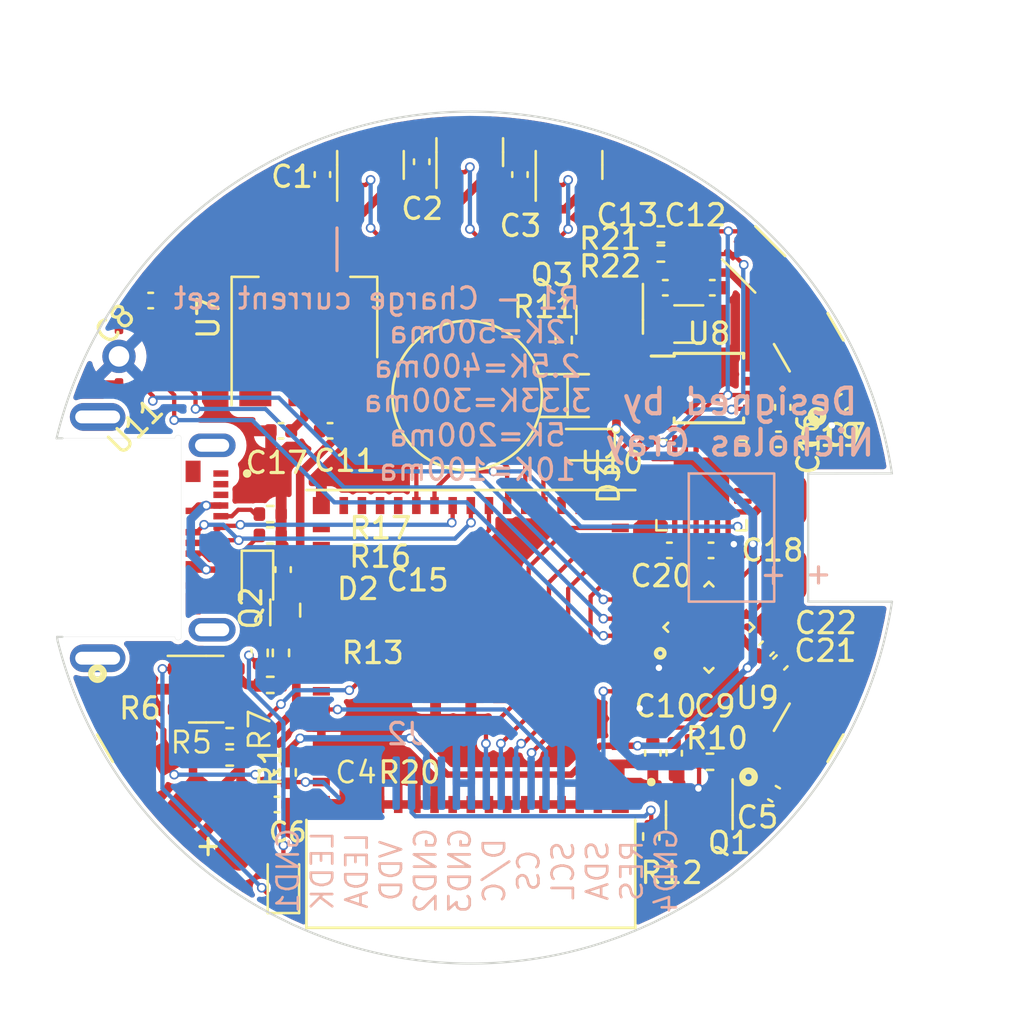
<source format=kicad_pcb>
(kicad_pcb (version 20211014) (generator pcbnew)
  (layers (0 "F.Cu" signal) (31 "B.Cu" signal) (34 "B.Paste" user) (35 "F.Paste" user) (36 "B.SilkS" user "B.Silkscreen") (37 "F.SilkS" user "F.Silkscreen") (38 "B.Mask" user) (39 "F.Mask" user) (44 "Edge.Cuts" user))
  (net 0 "")
  (net 1 "+3V3")
  (net 2 "GND")
  (net 3 "EN")
  (net 4 "IO0")
  (net 5 "+BATT")
  (net 6 "IO1")
  (net 7 "PSU")
  (net 8 "Net-(C12-Pad2)")
  (net 9 "Net-(C13-Pad1)")
  (net 10 "Net-(TP16-Pad1)")
  (net 11 "Net-(C18-Pad1)")
  (net 12 "Net-(C19-Pad2)")
  (net 13 "STAT")
  (net 14 "VCC_IN")
  (net 15 "CC1")
  (net 16 "D+")
  (net 17 "D-")
  (net 18 "CC2")
  (net 19 "Net-(TP18-Pad1)")
  (net 20 "Net-(LS1-Pad1)")
  (net 21 "Net-(LS1-Pad2)")
  (net 22 "Net-(Q1-Pad1)")
  (net 23 "Net-(Q1-Pad3)")
  (net 24 "Net-(R1-Pad2)")
  (net 25 "HES1")
  (net 26 "HES2")
  (net 27 "HES3")
  (net 28 "Battery")
  (net 29 "Net-(TP19-Pad1)")
  (net 30 "LED")
  (net 31 "Net-(J2-Pad2)")
  (net 32 "Net-(TP20-Pad1)")
  (net 33 "LRCLK{slash}WS")
  (net 34 "BCLK{slash}SCK")
  (net 35 "GAIN")
  (net 36 "DIN{slash}SD")
  (net 37 "SD")
  (net 38 "Net-(TP21-Pad1)")
  (net 39 "INT1")
  (net 40 "Net-(TP22-Pad1)")
  (net 41 "Net-(TP23-Pad1)")
  (net 42 "Net-(TP24-Pad1)")
  (net 43 "Net-(TP25-Pad1)")
  (net 44 "Net-(TP26-Pad1)")
  (net 45 "Net-(TP27-Pad1)")
  (net 51 "SCL")
  (net 53 "SDA")
  (net 66 "DC")
  (net 67 "CS")
  (net 68 "SCK")
  (net 69 "MOSI")
  (net 70 "RES")
  (net 71 "INT")
  (net 73 "Net-(Q3-Pad1)")
  (net 74 "HMotor")
  (net 75 "Net-(D3-Pad2)")
  (net 81 "Net-(D1-Pad2)")
  (footprint "Resistor_SMD:R_0402_1005Metric" (layer "F.Cu") (at 141.7 96.9 180)
    (fp_text reference "R1")
    (fp_text value "2.5K")
  )
  (footprint "Package_TO_SOT_SMD:SOT-23" (layer "F.Cu") (at 151.041608 71.95 90)
    (fp_text reference "U2" hide)
    (fp_text value "XC3202B183MR-G")
  )
  (footprint "Capacitor_SMD:C_0402_1005Metric" (layer "F.Cu") (at 164.941608 95.2 45)
    (fp_text reference "C22")
    (fp_text value "10uF")
  )
  (footprint "Capacitor_SMD:C_0402_1005Metric" (layer "F.Cu") (at 160.391608 90.6)
    (fp_text reference "C20")
    (fp_text value "0.1uF")
  )
  (footprint "Capacitor_SMD:C_0402_1005Metric" (layer "F.Cu") (at 142.3 91.5 90)
    (fp_text reference "C15")
    (fp_text value "1uF")
  )
  (footprint "Capacitor_SMD:C_0402_1005Metric" (layer "F.Cu") (at 165.591608 95.85 45)
    (fp_text reference "C21")
    (fp_text value "0.1uF")
  )
  (footprint "Resistor_SMD:R_0402_1005Metric" (layer "F.Cu") (at 159.541608 104 90)
    (fp_text reference "R12")
    (fp_text value "10")
  )
  (footprint "Package_TO_SOT_SMD:SOT-23" (layer "F.Cu") (at 157.591608 79.8 -90)
    (fp_text reference "Q3")
    (fp_text value "s8050")
  )
  (footprint "Capacitor_SMD:C_0402_1005Metric" (layer "F.Cu") (at 165.291608 102 -30)
    (fp_text reference "C5")
    (fp_text value "0.1uF")
  )
  (footprint "Capacitor_SMD:C_0402_1005Metric" (layer "F.Cu") (at 165.5 85.4 180)
    (fp_text reference "C19")
    (fp_text value "22nF")
  )
  (footprint "Resistor_SMD:R_0402_1005Metric" (layer "F.Cu") (at 141.7 88.9 180)
    (fp_text reference "R17")
    (fp_text value "5.1K")
  )
  (footprint "Capacitor_SMD:C_0402_1005Metric" (layer "F.Cu") (at 160.615192 100.1 -90)
    (fp_text reference "C9")
    (fp_text value "0.1uF")
  )
  (footprint "Capacitor_SMD:C_0402_1005Metric" (layer "F.Cu") (at 144.141608 73 90)
    (fp_text reference "C1")
    (fp_text value "0.1uF")
  )
  (footprint "Resistor_SMD:R_0402_1005Metric" (layer "F.Cu") (at 142.2 95.4 90)
    (fp_text reference "R13")
    (fp_text value "100K")
  )
  (footprint "OptoDevice:Lite-On_LTR-303ALS-01" (layer "F.Cu") (at 164.341608 76.9 135)
    (fp_text reference "U6" hide)
    (fp_text value "LTR-303ALS-01")
  )
  (footprint "Capacitor_SMD:C_0402_1005Metric" (layer "F.Cu") (at 165.7 83.9 90)
    (fp_text reference "C16")
    (fp_text value "0.1uF")
  )
  (footprint "Capacitor_SMD:C_0402_1005Metric" (layer "F.Cu") (at 148.791608 72.4 90)
    (fp_text reference "C2")
    (fp_text value "0.1uF")
  )
  (footprint "Capacitor_SMD:C_0402_1005Metric" (layer "F.Cu") (at 142.2 85)
    (fp_text reference "C17")
    (fp_text value "10uF")
  )
  (footprint "Package_TO_SOT_SMD:SOT-23" (layer "F.Cu") (at 161.791608 103 -90)
    (fp_text reference "Q1")
    (fp_text value "s8050")
  )
  (footprint "Capacitor_SMD:C_0402_1005Metric" (layer "F.Cu") (at 141.515192 101 90)
    (fp_text reference "C4")
    (fp_text value "0.1uF")
  )
  (footprint "Resistor_SMD:R_0402_1005Metric" (layer "F.Cu") (at 141.2 95.4 90)
    (fp_text reference "R7")
    (fp_text value "470")
  )
  (footprint "Crystal:Crystal_SMD_3215-2Pin_3.2x1.5mm" (layer "F.Cu") (at 161.3 80 180)
    (fp_text reference "Y1" hide)
    (fp_text value "32.768KHz")
  )
  (footprint "Capacitor_SMD:C_0402_1005Metric" (layer "F.Cu") (at 160.2 78.3)
    (fp_text reference "C13")
    (fp_text value "12pF")
  )
  (footprint "Resistor_SMD:R_0402_1005Metric" (layer "F.Cu") (at 141.7 89.9 180)
    (fp_text reference "R16")
    (fp_text value "5.1K")
  )
  (footprint "footprint:SW_EVQ-P7J01P" (layer "F.Cu") (at 166.91015 99.1375 60)
    (fp_text reference "SW2" hide)
    (fp_text value "SW_Push")
  )
  (footprint "Resistor_SMD:R_0402_1005Metric" (layer "F.Cu") (at 155.441608 80.75 90)
    (fp_text reference "R11")
    (fp_text value "1K")
  )
  (footprint "Capacitor_SMD:C_0402_1005Metric" (layer "F.Cu") (at 153.391608 73 90)
    (fp_text reference "C3")
    (fp_text value "0.1uF")
  )
  (footprint "Diode_SMD:D_0603_1608Metric" (layer "F.Cu") (at 156.35 85.65 180)
    (fp_text reference "D3")
    (fp_text value "SD0805S020S1R0")
  )
  (footprint "footprint:QFN50P300X300X80-17N" (layer "F.Cu") (at 162.241608 94.2 45)
    (fp_text reference "U9")
    (fp_text value "MAX98357AETE")
  )
  (footprint "footprint:XCVR_ESP32-S3-MINI-1-N8" (layer "F.Cu") (at 151.091608 95.5 180)
    (fp_text reference "U4" hide)
    (fp_text value "ESP32-S3-MINI-1-N8")
  )
  (footprint "Capacitor_SMD:C_0402_1005Metric" (layer "F.Cu") (at 159.615192 100.1 -90)
    (fp_text reference "C10")
    (fp_text value "22uF")
  )
  (footprint "Package_TO_SOT_SMD:SOT-223" (layer "F.Cu") (at 143.3 79.7 90)
    (fp_text reference "U7")
    (fp_text value "AZ1117-3.3")
  )
  (footprint "Capacitor_SMD:C_0402_1005Metric" (layer "F.Cu") (at 162.4 78.3)
    (fp_text reference "C12")
    (fp_text value "12pF")
  )
  (footprint "footprint:Batt" (layer "F.Cu") (at 137.429421 105.482283 -40)
    (fp_text reference "BT1" hide)
    (fp_text value "Battery")
  )
  (footprint "LED_SMD:LED_0603_1608Metric" (layer "F.Cu") (at 142.315192 106.1 90)
    (fp_text reference "D1" hide)
    (fp_text value "LED")
  )
  (footprint "Package_SO:TSSOP-8_3x3mm_P0.65mm" (layer "F.Cu") (at 162.241608 83)
    (fp_text reference "U8")
    (fp_text value "PCF8563TS")
  )
  (footprint "Capacitor_SMD:C_0402_1005Metric" (layer "F.Cu") (at 168.541608 83.65 30)
    (fp_text reference "C7")
    (fp_text value "0.1uF")
  )
  (footprint "Resistor_SMD:R_0402_1005Metric" (layer "F.Cu") (at 162.291608 100.5)
    (fp_text reference "R10")
    (fp_text value "1K")
  )
  (footprint "footprint:SW_EVQ-P7J01P" (layer "F.Cu") (at 135.210192 99.140565 -60)
    (fp_text reference "SW1" hide)
    (fp_text value "SW_Push")
  )
  (footprint "Package_TO_SOT_SMD:SOT-23-5" (layer "F.Cu") (at 138.7 97.1)
    (fp_text reference "U5" hide)
    (fp_text value "MCP73831T-2ATI/OT")
  )
  (footprint "Package_TO_SOT_SMD:SOT-723" (layer "F.Cu") (at 142.4 93.4 90)
    (fp_text reference "Q2")
    (fp_text value "CJ3139K")
  )
  (footprint "Package_TO_SOT_SMD:SOT-23" (layer "F.Cu") (at 155.691608 72.55 90)
    (fp_text reference "U3" hide)
    (fp_text value "XC3202B183MR-G")
  )
  (footprint "Package_DFN_QFN:QFN-24-1EP_4x4mm_P0.5mm_EP2.6x2.6mm" (layer "F.Cu") (at 161.891608 87.55)
    (fp_text reference "U10")
    (fp_text value "MPU6050")
  )
  (footprint "Resistor_SMD:R_0402_1005Metric" (layer "F.Cu") (at 159.991608 76.7)
    (fp_text reference "R22")
    (fp_text value "4.7K")
  )
  (footprint "Diode_SMD:D_0603_1608Metric" (layer "F.Cu") (at 141.1 92.1 -90)
    (fp_text reference "D2")
    (fp_text value "SD0805S020S1R0")
  )
  (footprint "footprint:SW_EVQ-P7J01P" (layer "F.Cu") (at 166.91374 80.853654 120)
    (fp_text reference "SW3" hide)
    (fp_text value "SW_Push")
  )
  (footprint "Capacitor_SMD:C_0402_1005Metric" (layer "F.Cu") (at 144.5 85)
    (fp_text reference "C11")
    (fp_text value "10uF")
  )
  (footprint "Resistor_SMD:R_0402_1005Metric" (layer "F.Cu") (at 139.8 100.3 180)
    (fp_text reference "R5")
    (fp_text value "442K")
  )
  (footprint "footprint:XDCR_C0720B001F" (layer "F.Cu") (at 152.891608 83.35 90)
    (fp_text reference "M1" hide)
    (fp_text value "HMotor")
  )
  (footprint "Package_TO_SOT_SMD:SOT-23" (layer "F.Cu") (at 146.391608 72.55 90)
    (fp_text reference "U1" hide)
    (fp_text value "XC3202B183MR-G")
  )
  (footprint "footprint:INMP441" (layer "F.Cu") (at 135.665 77.515 180)
    (fp_text reference "U11")
    (fp_text value "INMP441")
  )
  (footprint "Capacitor_SMD:C_0402_1005Metric" (layer "F.Cu") (at 142.015192 102.5)
    (fp_text reference "C6")
    (fp_text value "4.7uF")
  )
  (footprint "footprint:MOLEX_1054550101" (layer "F.Cu") (at 135.615192 90 -90)
    (fp_text reference "J1" hide)
    (fp_text value "1054550101")
    (fp_line (start -4.65 -1.92) (end 4.65 -1.92) (layer "Edge.Cuts") (width 0.01))
    (fp_line (start 4.65 3.65) (end 4.65 -1.62) (layer "Edge.Cuts") (width 0.01))
    (fp_line (start -4.65 3.65) (end -4.65 -1.62) (layer "Edge.Cuts") (width 0.01))
    (fp_arc (start 4.8 -1.77) (mid 4.756066 -1.663934) (end 4.65 -1.62) (layer "Edge.Cuts") (width 0.01))
    (fp_arc (start -4.8 -1.77) (mid -4.756066 -1.876066) (end -4.65 -1.92) (layer "Edge.Cuts") (width 0.01))
    (fp_arc (start -4.65 -1.62) (mid -4.756066 -1.663934) (end -4.8 -1.77) (layer "Edge.Cuts") (width 0.01))
    (fp_arc (start 4.65 -1.92) (mid 4.756066 -1.876066) (end 4.8 -1.77) (layer "Edge.Cuts") (width 0.01))
  )
  (footprint "Resistor_SMD:R_0402_1005Metric" (layer "F.Cu") (at 139.8 99.3)
    (fp_text reference "R6")
    (fp_text value "160K")
  )
  (footprint "Resistor_SMD:R_0402_1005Metric" (layer "F.Cu") (at 159.991608 75.8)
    (fp_text reference "R21")
    (fp_text value "4.7K")
  )
  (footprint "Resistor_SMD:R_0402_1005Metric" (layer "F.Cu") (at 142.515192 101 -90)
    (fp_text reference "R20")
    (fp_text value "10k")
  )
  (footprint "Capacitor_SMD:C_0402_1005Metric" (layer "F.Cu") (at 136.1 78.9)
    (fp_text reference "C8")
    (fp_text value "0.1uF")
  )
  (footprint "Capacitor_SMD:C_0402_1005Metric" (layer "F.Cu") (at 162.341608 90.6)
    (fp_text reference "C18")
    (fp_text value "0.1uF")
  )
  (footprint "footprint:Speaker6mm" (layer "B.Cu") (at 169.3 90 -90)
    (fp_text reference "LS1" hide)
    (fp_text value "Speaker")
  )
  (footprint "footprint:Circular Display connector" (layer "B.Cu") (at 149.715192 104.3 180)
    (fp_text reference "J2")
    (fp_text value "Display")
  )
  (gr_line (start 144.823584 77.5) (end 144.823584 75.5) (layer "B.SilkS") (width 0.15))
  (gr_line (start 166.891608 87) (end 166.891608 93) (layer "Edge.Cuts") (width 0.1))
  (gr_line (start 131.715192 94.65) (end 131.965192 94.65) (layer "Edge.Cuts") (width 0.1))
  (gr_line (start 131.691609 85.35) (end 131.965192 85.35) (layer "Edge.Cuts") (width 0.1))
  (gr_line (start 170.813733 86.996629) (end 166.891608 87) (layer "Edge.Cuts") (width 0.1))
  (gr_line (start 131.725192 94.75) (end 131.715192 94.65) (layer "Edge.Cuts") (width 0.1))
  (gr_line (start 131.743919 94.849421) (end 131.725192 94.75) (layer "Edge.Cuts") (width 0.1))
  (gr_line (start 170.81739 93.003927) (end 166.891608 93) (layer "Edge.Cuts") (width 0.1))
  (gr_arc (start 131.691609 85.35) (mid 151.930532 70.068145) (end 170.813733 86.996629) (layer "Edge.Cuts") (width 0.1))
  (gr_arc (start 170.81739 93.003927) (mid 152.036393 109.927439) (end 131.743919 94.849421) (layer "Edge.Cuts") (width 0.1))
  (gr_text "R1 - Charge current set\n" (at 146.689286 78.8) (layer "B.SilkS") (effects (font (size 1 1)) (justify mirror)))
  (gr_text "Designed by\nNicholas Gray\n" (at 163.689286 84.6) (layer "B.SilkS") (effects (font (size 1.2 1.2) (thickness 0.2)) (justify mirror)))
  (gr_text "GND1\nLEDK\nLEDA\nVDD\nGND2\nGND3\nD/C\nCS\nSCL\nSDA\nRES\nGND4\n" (at 151.389286 105.6 90) (layer "B.SilkS") (effects (font (size 1 1) (thickness 0.125)) (justify mirror)))
  (gr_text "+\n" (at 165.265702 91.7) (layer "B.SilkS") (effects (font (size 1 1)) (justify mirror)))
  (gr_text "2K=500ma\n2.5K=400ma\n3.33K=300ma\n5K=200ma\n10K=100ma" (at 151.389286 83.6) (layer "B.SilkS") (effects (font (size 1 1)) (justify mirror)))
  (gr_text "+\n\n" (at 138.789286 105.2) (layer "F.SilkS") (effects (font (size 1 1)) (justify mirror)))
  (segment (start 157.169108 73.4875) (end 159.481608 75.8) (width 0.4) (layer "F.Cu") (net 1))
  (segment (start 161.141608 90.058392) (end 161.1 90.1) (width 0.2) (layer "F.Cu") (net 1))
  (segment (start 150.079108 74.8) (end 151.991608 72.8875) (width 0.4) (layer "F.Cu") (net 1))
  (segment (start 164.125 82.025) (end 164.1 82) (width 0.4) (layer "F.Cu") (net 1))
  (segment (start 164.602197 95.539411) (end 164.602197 95.547803) (width 0.3) (layer "F.Cu") (net 1))
  (segment (start 154.36399 74.62452) (end 155.504588 74.62452) (width 0.4) (layer "F.Cu") (net 1))
  (segment (start 136.715 80.175) (end 135.665 80.175) (width 0.4) (layer "F.Cu") (net 1))
  (segment (start 158.091608 99.75) (end 157.15 99.75) (width 0.3) (layer "F.Cu") (net 1))
  (segment (start 164.1 78.414401) (end 163.276079 77.59048) (width 0.4) (layer "F.Cu") (net 1))
  (segment (start 153.391608 73.652138) (end 154.36399 74.62452) (width 0.4) (layer "F.Cu") (net 1))
  (segment (start 164.3 90.3) (end 164.3 88.895002) (width 0.4) (layer "F.Cu") (net 1))
  (segment (start 165.7 83.42) (end 165.7 82.43437) (width 0.4) (layer "F.Cu") (net 1))
  (segment (start 155.504588 74.62452) (end 156.641608 73.4875) (width 0.4) (layer "F.Cu") (net 1))
  (segment (start 160.871608 90.328392) (end 161.1 90.1) (width 0.4) (layer "F.Cu") (net 1))
  (segment (start 158.9 99.75) (end 160.485192 99.75) (width 0.3) (layer "F.Cu") (net 1))
  (segment (start 139.6 78.9) (end 136.58 78.9) (width 0.4) (layer "F.Cu") (net 1))
  (segment (start 151.991608 73.391608) (end 152.08 73.48) (width 0.4) (layer "F.Cu") (net 1))
  (segment (start 143.3 82.85) (end 143.3 82.6) (width 0.4) (layer "F.Cu") (net 1))
  (segment (start 166.65952 86.04048) (end 166.65952 84.266524) (width 0.4) (layer "F.Cu") (net 1))
  (segment (start 136.58 80.04) (end 136.715 80.175) (width 0.4) (layer "F.Cu") (net 1))
  (segment (start 142.515192 100.49) (end 142.515192 99.984808) (width 0.3) (layer "F.Cu") (net 1))
  (segment (start 165.7 82.43437) (end 165.29063 82.025) (width 0.4) (layer "F.Cu") (net 1))
  (segment (start 150 101.1) (end 148.3 99.4) (width 0.3) (layer "F.Cu") (net 1))
  (segment (start 156.641608 73.4875) (end 157.169108 73.4875) (width 0.4) (layer "F.Cu") (net 1))
  (segment (start 165.29063 82.025) (end 164.391608 82.025) (width 0.4) (layer "F.Cu") (net 1))
  (segment (start 159.481608 75.8) (end 159.481608 76.7) (width 0.4) (layer "F.Cu") (net 1))
  (segment (start 139.6 76.550978) (end 142.670978 73.48) (width 0.4) (layer "F.Cu") (net 1))
  (segment (start 157.15 99.75) (end 155.8 101.1) (width 0.3) (layer "F.Cu") (net 1))
  (segment (start 164.3 90.3) (end 163.29048 91.30952) (width 0.4) (layer "F.Cu") (net 1))
  (segment (start 165.4 86.4) (end 166.3 86.4) (width 0.4) (layer "F.Cu") (net 1))
  (segment (start 164.602197 95.547803) (end 164.05 96.1) (width 0.3) (layer "F.Cu") (net 1))
  (segment (start 165.812996 83.42) (end 165.7 83.42) (width 0.4) (layer "F.Cu") (net 1))
  (segment (start 148.6 74.8) (end 150.079108 74.8) (width 0.4) (layer "F.Cu") (net 1))
  (segment (start 153.391608 73.48) (end 153.391608 73.652138) (width 0.4) (layer "F.Cu") (net 1))
  (segment (start 163.786636 94.684368) (end 163.786636 94.684369) (width 0.4) (layer "F.Cu") (net 1))
  (segment (start 161.20952 91.30952) (end 160.871608 90.971608) (width 0.4) (layer "F.Cu") (net 1))
  (segment (start 163.276079 77.59048) (end 160.09048 77.59048) (width 0.4) (layer "F.Cu") (net 1))
  (segment (start 163.786636 94.684369) (end 163.457493 95.013512) (width 0.4) (layer "F.Cu") (net 1))
  (segment (start 164.1 78.414401) (end 164.518385 77.996016) (width 0.4) (layer "F.Cu") (net 1))
  (segment (start 139.6 78.9) (end 139.6 76.550978) (width 0.4) (layer "F.Cu") (net 1))
  (segment (start 147.341608 73.4875) (end 148.184108 73.4875) (width 0.4) (layer "F.Cu") (net 1))
  (segment (start 160.871608 90.6) (end 160.871608 90.328392) (width 0.4) (layer "F.Cu") (net 1))
  (segment (start 151.991608 72.8875) (end 151.991608 73.391608) (width 0.4) (layer "F.Cu") (net 1))
  (segment (start 142.515192 99.984808) (end 143.1 99.4) (width 0.3) (layer "F.Cu") (net 1))
  (segment (start 143.3 82.6) (end 139.6 78.9) (width 0.4) (layer "F.Cu") (net 1))
  (segment (start 157.911608 84.875892) (end 157.89375 84.89375) (width 0.4) (layer "F.Cu") (net 1))
  (segment (start 163.29048 91.30952) (end 161.20952 91.30952) (width 0.4) (layer "F.Cu") (net 1))
  (segment (start 144.6 74.8) (end 146.029108 74.8) (width 0.4) (layer "F.Cu") (net 1))
  (segment (start 161.141608 89.4875) (end 161.141608 90.058392) (width 0.2) (layer "F.Cu") (net 1))
  (segment (start 166.65952 84.266524) (end 165.812996 83.42) (width 0.4) (layer "F.Cu") (net 1))
  (segment (start 147.341608 73.4875) (end 147.341608 73.541608) (width 0.4) (layer "F.Cu") (net 1))
  (segment (start 160.871608 90.971608) (end 160.871608 90.6) (width 0.4) (layer "F.Cu") (net 1))
  (segment (start 164.7 87.1) (end 165.4 86.4) (width 0.4) (layer "F.Cu") (net 1))
  (segment (start 136.58 78.9) (end 136.58 80.04) (width 0.4) (layer "F.Cu") (net 1))
  (segment (start 143.3 82.85) (end 143.3 84.38) (width 0.4) (layer "F.Cu") (net 1))
  (segment (start 147.341608 73.541608) (end 148.6 74.8) (width 0.4) (layer "F.Cu") (net 1))
  (segment (start 152.08 73.48) (end 153.391608 73.48) (width 0.4) (layer "F.Cu") (net 1))
  (segment (start 157.89375 84.89375) (end 157.1375 85.65) (width 0.4) (layer "F.Cu") (net 1))
  (segment (start 148.184108 73.4875) (end 148.791608 72.88) (width 0.4) (layer "F.Cu") (net 1))
  (segment (start 144.141608 74.341608) (end 144.6 74.8) (width 0.4) (layer "F.Cu") (net 1))
  (segment (start 163.786636 94.72385) (end 165.252197 96.189411) (width 0.4) (layer "F.Cu") (net 1))
  (segment (start 166.3 86.4) (end 166.65952 86.04048) (width 0.4) (layer "F.Cu") (net 1))
  (segment (start 164.3 88.895002) (end 164.7 88.495002) (width 0.4) (layer "F.Cu") (net 1))
  (segment (start 143.3 84.38) (end 142.68 85) (width 0.4) (layer "F.Cu") (net 1))
  (segment (start 164.391608 82.025) (end 164.125 82.025) (width 0.4) (layer "F.Cu") (net 1))
  (segment (start 144.141608 73.48) (end 144.141608 74.341608) (width 0.4) (layer "F.Cu") (net 1))
  (segment (start 142.670978 73.48) (end 144.141608 73.48) (width 0.4) (layer "F.Cu") (net 1))
  (segment (start 160.485192 99.75) (end 160.615192 99.62) (width 0.3) (layer "F.Cu") (net 1))
  (segment (start 155.8 101.1) (end 150 101.1) (width 0.3) (layer "F.Cu") (net 1))
  (segment (start 158.091608 99.75) (end 158.9 99.75) (width 0.3) (layer "F.Cu") (net 1))
  (segment (start 164.1 82) (end 164.1 78.414401) (width 0.4) (layer "F.Cu") (net 1))
  (segment (start 146.029108 74.8) (end 147.341608 73.4875) (width 0.4) (layer "F.Cu") (net 1))
  (segment (start 159.481608 76.981608) (end 159.481608 76.7) (width 0.4) (layer "F.Cu") (net 1))
  (segment (start 160.09048 77.59048) (end 159.481608 76.981608) (width 0.4) (layer "F.Cu") (net 1))
  (segment (start 164.7 88.495002) (end 164.7 87.1) (width 0.4) (layer "F.Cu") (net 1))
  (segment (start 157.911608 83.95) (end 157.911608 84.875892) (width 0.4) (layer "F.Cu") (net 1))
  (segment (start 163.786636 94.684368) (end 163.786636 94.72385) (width 0.4) (layer "F.Cu") (net 1))
  (via (at 157.89375 84.89375) (size 0.45) (drill 0.3) (layers "F.Cu" "B.Cu") (net 1))
  (via (at 158.9 99.75) (size 0.45) (drill 0.3) (layers "F.Cu" "B.Cu") (net 1))
  (via (at 148.25 99.4) (size 0.45) (drill 0.3) (layers "F.Cu" "B.Cu") (net 1))
  (via (at 164.3 90.3) (size 0.45) (drill 0.3) (layers "F.Cu" "B.Cu") (net 1))
  (via (at 164.05 96.1) (size 0.45) (drill 0.3) (layers "F.Cu" "B.Cu") (net 1))
  (via (at 143.1 99.4) (size 0.45) (drill 0.3) (layers "F.Cu" "B.Cu") (net 1))
  (segment (start 148.25 99.4) (end 148.3 99.4) (width 0.3) (layer "B.Cu") (net 1))
  (segment (start 158.9 99.75) (end 160.4 99.75) (width 0.3) (layer "B.Cu") (net 1))
  (segment (start 164.3 88.9) (end 164.3 95.85) (width 0.4) (layer "B.Cu") (net 1))
  (segment (start 159.174511 86.174511) (end 161.574511 86.174511) (width 0.4) (layer "B.Cu") (net 1))
  (segment (start 164.3 95.85) (end 164.05 96.1) (width 0.4) (layer "B.Cu") (net 1))
  (segment (start 143.1 99.4) (end 148.25 99.4) (width 0.3) (layer "B.Cu") (net 1))
  (segment (start 148.3 99.4) (end 149.015192 100.115192) (width 0.3) (layer "B.Cu") (net 1))
  (segment (start 160.4 99.75) (end 164.05 96.1) (width 0.3) (layer "B.Cu") (net 1))
  (segment (start 149.015192 100.115192) (end 149.015192 101.5) (width 0.3) (layer "B.Cu") (net 1))
  (segment (start 161.574511 86.174511) (end 164.3 88.9) (width 0.4) (layer "B.Cu") (net 1))
  (segment (start 157.89375 84.89375) (end 159.174511 86.174511) (width 0.4) (layer "B.Cu") (net 1))
  (segment (start 149.715192 101.5) (end 149.015192 101.5) (width 0.3) (layer "B.Cu") (net 1))
  (segment (start 152.741608 97.15) (end 149.441608 97.15) (width 0.3) (layer "F.Cu") (net 2))
  (segment (start 160.841608 100.806416) (end 160.615192 100.58) (width 0.2) (layer "F.Cu") (net 2))
  (segment (start 162.641608 89.4875) (end 162.641608 90.42) (width 0.2) (layer "F.Cu") (net 2))
  (segment (start 163.829108 86.3) (end 163.804588 86.32452) (width 0.2) (layer "F.Cu") (net 2))
  (segment (start 158.9 100.6) (end 158.091608 100.6) (width 0.2) (layer "F.Cu") (net 2))
  (segment (start 162.241608 94.2) (end 162.241608 93.846447) (width 0.2) (layer "F.Cu") (net 2))
  (segment (start 158.091608 100.6) (end 158.091608 102.5) (width 0.2) (layer "F.Cu") (net 2))
  (segment (start 162.241608 93.846447) (end 163.07953 93.008525) (width 0.2) (layer "F.Cu") (net 2))
  (segment (start 160.695161 96.1) (end 159.9 96.1) (width 0.2) (layer "F.Cu") (net 2))
  (segment (start 161.92 78.3) (end 160.68 78.3) (width 0.2) (layer "F.Cu") (net 2))
  (segment (start 159.954108 86.3) (end 159.978628 86.32452) (width 0.2) (layer "F.Cu") (net 2))
  (segment (start 165.7 84.38) (end 165.7 85.12) (width 0.2) (layer "F.Cu") (net 2))
  (segment (start 165.7 85.12) (end 165.98 85.4) (width 0.2) (layer "F.Cu") (net 2))
  (segment (start 142.21 95.92) (end 142.2 95.91) (width 0.4) (layer "F.Cu") (net 2))
  (segment (start 161.641608 87.8) (end 161.891608 87.55) (width 0.2) (layer "F.Cu") (net 2))
  (segment (start 160.595192 100.6) (end 158.9 100.6) (width 0.2) (layer "F.Cu") (net 2))
  (segment (start 149.441608 95.5) (end 152.741608 95.5) (width 0.3) (layer "F.Cu") (net 2))
  (segment (start 149.441608 93.85) (end 152.741608 93.85) (width 0.3) (layer "F.Cu") (net 2))
  (segment (start 160.666128 86.32452) (end 161.891608 87.55) (width 0.2) (layer "F.Cu") (net 2))
  (segment (start 161.403686 95.391475) (end 160.695161 96.1) (width 0.2) (layer "F.Cu") (net 2))
  (segment (start 160.615192 100.58) (end 160.595192 100.6) (width 0.2) (layer "F.Cu") (net 2))
  (segment (start 160.875 83.975) (end 161.35 83.5) (width 0.2) (layer "F.Cu") (net 2))
  (segment (start 162.241608 94.2) (end 161.888055 94.2) (width 0.2) (layer "F.Cu") (net 2))
  (segment (start 161.888055 94.2) (end 161.050133 93.362078) (width 0.2) (layer "F.Cu") (net 2))
  (segment (start 161.641608 89.4875) (end 161.641608 87.8) (width 0.2) (layer "F.Cu") (net 2))
  (segment (start 142.21 96.9) (end 142.21 95.92) (width 0.4) (layer "F.Cu") (net 2))
  (segment (start 151.091608 97.15) (end 151.091608 93.85) (width 0.3) (layer "F.Cu") (net 2))
  (segment (start 163.804588 86.32452) (end 163.117088 86.32452) (width 0.2) (layer "F.Cu") (net 2))
  (segment (start 162.641608 90.42) (end 162.821608 90.6) (width 0.2) (layer "F.Cu") (net 2))
  (segment (start 160.091608 83.975) (end 160.875 83.975) (width 0.2) (layer "F.Cu") (net 2))
  (segment (start 162.241608 94.2) (end 162.241608 94.553553) (width 0.2) (layer "F.Cu") (net 2))
  (segment (start 160.841608 102.0625) (end 160.841608 100.806416) (width 0.2) (layer "F.Cu") (net 2))
  (segment (start 152.741608 93.85) (end 152.741608 97.15) (width 0.3) (layer "F.Cu") (net 2))
  (segment (start 158.091608 102.5) (end 142.495192 102.5) (width 0.2) (layer "F.Cu") (net 2))
  (segment (start 163.117088 86.32452) (end 161.891608 87.55) (width 0.2) (layer "F.Cu") (net 2))
  (segment (start 162.241608 94.553553) (end 161.403686 95.391475) (width 0.2) (layer "F.Cu") (net 2))
  (segment (start 149.441608 97.15) (end 149.441608 93.85) (width 0.3) (layer "F.Cu") (net 2))
  (segment (start 159.978628 86.32452) (end 160.666128 86.32452) (width 0.2) (layer "F.Cu") (net 2))
  (via (at 161.35 83.5) (size 0.45) (drill 0.3) (layers "F.Cu" "B.Cu") (net 2))
  (via (at 159.9 96.1) (size 0.45) (drill 0.3) (layers "F.Cu" "B.Cu") (net 2))
  (via (at 163.408411 90.308411) (size 0.45) (drill 0.3) (layers "F.Cu" "B.Cu") (net 2))
  (segment (start 151.115192 101.5) (end 150.415192 101.5) (width 0.2) (layer "B.Cu") (net 2))
  (segment (start 136.73806 100.336911) (end 136.73806 100.63806) (width 0.2) (layer "F.Cu") (net 3))
  (segment (start 136.73806 99.019219) (end 134.93806 97.219219) (width 0.2) (layer "F.Cu") (net 3))
  (segment (start 141.372625 101.48) (end 140.996758 101.104133) (width 0.2) (layer "F.Cu") (net 3))
  (segment (start 143.35 101.45) (end 141.545192 101.45) (width 0.2) (layer "F.Cu") (net 3))
  (segment (start 141.515192 101.48) (end 141.372625 101.48) (width 0.2) (layer "F.Cu") (net 3))
  (segment (start 136.73806 100.336911) (end 136.73806 99.019219) (width 0.2) (layer "F.Cu") (net 3))
  (segment (start 144.091608 101.45) (end 143.35 101.45) (width 0.2) (layer "F.Cu") (net 3))
  (segment (start 136.73806 100.63806) (end 137.2 101.1) (width 0.2) (layer "F.Cu") (net 3))
  (segment (start 141.545192 101.45) (end 141.515192 101.48) (width 0.2) (layer "F.Cu") (net 3))
  (via (at 143.35 101.45) (size 0.45) (drill 0.3) (layers "F.Cu" "B.Cu") (net 3))
  (via (at 137.2 101.1) (size 0.45) (drill 0.3) (layers "F.Cu" "B.Cu") (net 3))
  (via (at 140.996758 101.104133) (size 0.45) (drill 0.3) (layers "F.Cu" "B.Cu") (net 3))
  (segment (start 143.35 101.45) (end 144.165192 101.45) (width 0.2) (layer "B.Cu") (net 3))
  (segment (start 137.204133 101.104133) (end 140.996758 101.104133) (width 0.2) (layer "B.Cu") (net 3))
  (segment (start 144.165192 101.45) (end 144.915192 102.2) (width 0.2) (layer "B.Cu") (net 3))
  (segment (start 137.2 101.1) (end 137.204133 101.104133) (width 0.2) (layer "B.Cu") (net 3))
  (segment (start 164.875916 101.76) (end 164.875916 100.840212) (width 0.2) (layer "F.Cu") (net 4))
  (segment (start 165.382282 99.016154) (end 167.182282 97.216154) (width 0.2) (layer "F.Cu") (net 4))
  (segment (start 164.875916 100.840212) (end 165.382282 100.333846) (width 0.2) (layer "F.Cu") (net 4))
  (segment (start 163.948436 98.9) (end 165.382282 100.333846) (width 0.2) (layer "F.Cu") (net 4))
  (segment (start 165.382282 100.333846) (end 165.382282 99.016154) (width 0.2) (layer "F.Cu") (net 4))
  (segment (start 163.948436 98.9) (end 158.091608 98.9) (width 0.2) (layer "F.Cu") (net 4))
  (segment (start 140.31 101.347804) (end 140.31 100.79) (width 0.4) (layer "F.Cu") (net 5))
  (segment (start 138.082409 98.569909) (end 137.5625 98.05) (width 0.4) (layer "F.Cu") (net 5))
  (segment (start 138.729504 102.370496) (end 140.31 100.79) (width 0.4) (layer "F.Cu") (net 5))
  (segment (start 141.462196 102.5) (end 140.31 101.347804) (width 0.4) (layer "F.Cu") (net 5))
  (segment (start 138.082409 102.370496) (end 138.082409 98.569909) (width 0.4) (layer "F.Cu") (net 5))
  (segment (start 140.31 100.3) (end 140.645681 100.3) (width 0.4) (layer "F.Cu") (net 5))
  (segment (start 140.645681 100.3) (end 142.91952 98.026161) (width 0.4) (layer "F.Cu") (net 5))
  (segment (start 141.535192 102.5) (end 141.462196 102.5) (width 0.4) (layer "F.Cu") (net 5))
  (segment (start 140.31 100.79) (end 140.31 100.3) (width 0.4) (layer "F.Cu") (net 5))
  (segment (start 138.082409 102.370496) (end 138.729504 102.370496) (width 0.4) (layer "F.Cu") (net 5))
  (segment (start 142.91952 94.09452) (end 142.8 93.975) (width 0.4) (layer "F.Cu") (net 5))
  (segment (start 142.91952 98.026161) (end 142.91952 94.09452) (width 0.4) (layer "F.Cu") (net 5))
  (segment (start 165.385872 80.975) (end 167.185872 82.775) (width 0.2) (layer "F.Cu") (net 6))
  (segment (start 165.385872 79.657308) (end 165.385872 80.975) (width 0.2) (layer "F.Cu") (net 6))
  (segment (start 168 84.75) (end 168.125916 84.624084) (width 0.2) (layer "F.Cu") (net 6))
  (segment (start 168.125916 84.624084) (end 168.125916 83.89) (width 0.2) (layer "F.Cu") (net 6))
  (segment (start 158.091608 98.05) (end 158.95 98.05) (width 0.2) (layer "F.Cu") (net 6))
  (segment (start 167.185872 82.949956) (end 168.125916 83.89) (width 0.2) (layer "F.Cu") (net 6))
  (segment (start 158.95 98.05) (end 159 98) (width 0.2) (layer "F.Cu") (net 6))
  (segment (start 167.185872 82.775) (end 167.185872 82.949956) (width 0.2) (layer "F.Cu") (net 6))
  (via (at 168 84.75) (size 0.45) (drill 0.3) (layers "F.Cu" "B.Cu") (net 6))
  (via (at 159 98) (size 0.45) (drill 0.3) (layers "F.Cu" "B.Cu") (net 6))
  (segment (start 158.908228 100.5) (end 158.25 99.841772) (width 0.2) (layer "B.Cu") (net 6))
  (segment (start 160.75 100.5) (end 158.908228 100.5) (width 0.2) (layer "B.Cu") (net 6))
  (segment (start 165 96.25) (end 160.75 100.5) (width 0.2) (layer "B.Cu") (net 6))
  (segment (start 158.25 99.841772) (end 158.25 98.75) (width 0.2) (layer "B.Cu") (net 6))
  (segment (start 165 87.75) (end 165 96.25) (width 0.2) (layer "B.Cu") (net 6))
  (segment (start 158.25 98.75) (end 159 98) (width 0.2) (layer "B.Cu") (net 6))
  (segment (start 168 84.75) (end 165 87.75) (width 0.2) (layer "B.Cu") (net 6))
  (segment (start 143.1 86.992996) (end 144.98 85.112996) (width 0.4) (layer "F.Cu") (net 7))
  (segment (start 143.1 91.292996) (end 143.1 86.992996) (width 0.4) (layer "F.Cu") (net 7))
  (segment (start 142.4 92.08) (end 142.3 91.98) (width 0.4) (layer "F.Cu") (net 7))
  (segment (start 145.6 84.5) (end 145.6 82.85) (width 0.4) (layer "F.Cu") (net 7))
  (segment (start 144.98 85) (end 145.1 85) (width 0.4) (layer "F.Cu") (net 7))
  (segment (start 145.1 85) (end 145.6 84.5) (width 0.4) (layer "F.Cu") (net 7))
  (segment (start 141.7675 91.98) (end 141.1 91.3125) (width 0.4) (layer "F.Cu") (net 7))
  (segment (start 142.3 91.98) (end 142.412996 91.98) (width 0.4) (layer "F.Cu") (net 7))
  (segment (start 142.412996 91.98) (end 143.1 91.292996) (width 0.4) (layer "F.Cu") (net 7))
  (segment (start 142.3 91.98) (end 141.7675 91.98) (width 0.4) (layer "F.Cu") (net 7))
  (segment (start 144.98 85.112996) (end 144.98 85) (width 0.4) (layer "F.Cu") (net 7))
  (segment (start 142.4 92.825) (end 142.4 92.08) (width 0.4) (layer "F.Cu") (net 7))
  (segment (start 162.55 80) (end 162.55 78.63) (width 0.2) (layer "F.Cu") (net 8))
  (segment (start 160.525 82.025) (end 162.55 80) (width 0.2) (layer "F.Cu") (net 8))
  (segment (start 160.091608 82.025) (end 160.525 82.025) (width 0.2) (layer "F.Cu") (net 8))
  (segment (start 162.55 78.63) (end 162.88 78.3) (width 0.2) (layer "F.Cu") (net 8))
  (segment (start 160.05 78.63) (end 159.72 78.3) (width 0.2) (layer "F.Cu") (net 9))
  (segment (start 159.15 80.9) (end 160.05 80) (width 0.2) (layer "F.Cu") (net 9))
  (segment (start 160.05 80) (end 160.05 78.63) (width 0.2) (layer "F.Cu") (net 9))
  (segment (start 160.091608 82.675) (end 159.525605 82.675) (width 0.2) (layer "F.Cu") (net 9))
  (segment (start 159.525605 82.675) (end 159.15 82.299395) (width 0.2) (layer "F.Cu") (net 9))
  (segment (start 159.15 82.299395) (end 159.15 80.9) (width 0.2) (layer "F.Cu") (net 9))
  (segment (start 162.141608 90.32) (end 161.861608 90.6) (width 0.2) (layer "F.Cu") (net 11))
  (segment (start 162.141608 89.4875) (end 162.141608 90.32) (width 0.2) (layer "F.Cu") (net 11))
  (segment (start 164.45 84.7) (end 162.978675 84.7) (width 0.2) (layer "F.Cu") (net 12))
  (segment (start 165.02 85.27) (end 164.45 84.7) (width 0.2) (layer "F.Cu") (net 12))
  (segment (start 162.978675 84.7) (end 162.641608 85.037067) (width 0.2) (layer "F.Cu") (net 12))
  (segment (start 162.641608 85.037067) (end 162.641608 85.6125) (width 0.2) (layer "F.Cu") (net 12))
  (segment (start 165.02 85.4) (end 165.02 85.27) (width 0.2) (layer "F.Cu") (net 12))
  (segment (start 141.7875 106.8875) (end 141.3 106.4) (width 0.2) (layer "F.Cu") (net 13))
  (segment (start 142.315192 106.8875) (end 141.7875 106.8875) (width 0.2) (layer "F.Cu") (net 13))
  (segment (start 137.5625 96.15) (end 136.65 96.15) (width 0.2) (layer "F.Cu") (net 13))
  (via (at 136.65 96.15) (size 0.45) (drill 0.3) (layers "F.Cu" "B.Cu") (net 13))
  (via (at 141.3 106.4) (size 0.45) (drill 0.3) (layers "F.Cu" "B.Cu") (net 13))
  (segment (start 136.65 96.15) (end 136.65 101.75) (width 0.2) (layer "B.Cu") (net 13))
  (segment (start 136.65 101.75) (end 141.3 106.4) (width 0.2) (layer "B.Cu") (net 13))
  (segment (start 139.888016 95.3) (end 140.298016 94.89) (width 0.4) (layer "F.Cu") (net 14))
  (segment (start 138.7 88.5) (end 139.385192 88.5) (width 0.3) (layer "F.Cu") (net 14))
  (segment (start 142 93.7875) (end 141.1 92.8875) (width 0.4) (layer "F.Cu") (net 14))
  (segment (start 140.2 92) (end 141.0875 92.8875) (width 0.3) (layer "F.Cu") (net 14))
  (segment (start 138.085192 88.75) (end 138.335192 88.5) (width 0.3) (layer "F.Cu") (net 14))
  (segment (start 139.2 95.3) (end 139.888016 95.3) (width 0.4) (layer "F.Cu") (net 14))
  (segment (start 138.7 97.3) (end 138.7 95.8) (width 0.4) (layer "F.Cu") (net 14))
  (segment (start 142 94.69) (end 142.2 94.89) (width 0.4) (layer "F.Cu") (net 14))
  (segment (start 142 93.975) (end 142 94.69) (width 0.4) (layer "F.Cu") (net 14))
  (segment (start 139.385192 91.5) (end 138.335192 91.5) (width 0.3) (layer "F.Cu") (net 14))
  (segment (start 139.385192 88.5) (end 139.334703 88.449511) (width 0.2) (layer "F.Cu") (net 14))
  (segment (start 139.385192 88.5) (end 139.334703 88.550489) (width 0.2) (layer "F.Cu") (net 14))
  (segment (start 141.2 94.89) (end 142.2 94.89) (width 0.4) (layer "F.Cu") (net 14))
  (segment (start 138.335192 91.5) (end 138.085192 91.25) (width 0.3) (layer "F.Cu") (net 14))
  (segment (start 139.45 98.05) (end 138.7 97.3) (width 0.4) (layer "F.Cu") (net 14))
  (segment (start 142 93.975) (end 142 93.7875) (width 0.4) (layer "F.Cu") (net 14))
  (segment (start 140.2 91.515786) (end 140.2 92) (width 0.3) (layer "F.Cu") (net 14))
  (segment (start 139.385192 91.5) (end 140.184214 91.5) (width 0.3) (layer "F.Cu") (net 14))
  (segment (start 140.298016 94.89) (end 141.2 94.89) (width 0.4) (layer "F.Cu") (net 14))
  (segment (start 139.8375 98.05) (end 139.45 98.05) (width 0.4) (layer "F.Cu") (net 14))
  (segment (start 140.184214 91.5) (end 140.2 91.515786) (width 0.3) (layer "F.Cu") (net 14))
  (segment (start 138.335192 88.5) (end 138.7 88.5) (width 0.3) (layer "F.Cu") (net 14))
  (segment (start 138.7 95.8) (end 139.2 95.3) (width 0.4) (layer "F.Cu") (net 14))
  (segment (start 141.0875 92.8875) (end 141.1 92.8875) (width 0.3) (layer "F.Cu") (net 14))
  (via (at 138.7 88.5) (size 0.45) (drill 0.3) (layers "F.Cu" "B.Cu") (net 14))
  (via (at 138.7 91.5) (size 0.45) (drill 0.3) (layers "F.Cu" "B.Cu") (net 14))
  (segment (start 138.616807 88.5) (end 138.7 88.5) (width 0.4) (layer "B.Cu") (net 14))
  (segment (start 137.975489 89.141318) (end 138.616807 88.5) (width 0.4) (layer "B.Cu") (net 14))
  (segment (start 137.975489 90.775489) (end 137.975489 89.141318) (width 0.4) (layer "B.Cu") (net 14))
  (segment (start 138.7 91.5) (end 137.975489 90.775489) (width 0.4) (layer "B.Cu") (net 14))
  (segment (start 140.2 88.7) (end 140.79 88.7) (width 0.2) (layer "F.Cu") (net 15))
  (segment (start 139.9 89) (end 140.2 88.7) (width 0.2) (layer "F.Cu") (net 15))
  (segment (start 140.79 88.7) (end 140.99 88.9) (width 0.2) (layer "F.Cu") (net 15))
  (segment (start 139.385192 89) (end 139.9 89) (width 0.2) (layer "F.Cu") (net 15))
  (segment (start 138.085192 90.25) (end 138.635192 90.25) (width 0.2) (layer "F.Cu") (net 16))
  (segment (start 140.250489 89.449511) (end 140.3 89.4) (width 0.2) (layer "F.Cu") (net 16))
  (segment (start 138.635192 90.25) (end 139.435681 89.449511) (width 0.2) (layer "F.Cu") (net 16))
  (segment (start 150.241608 89.258392) (end 150.241608 88.5) (width 0.2) (layer "F.Cu") (net 16))
  (segment (start 150.2 89.3) (end 150.241608 89.258392) (width 0.2) (layer "F.Cu") (net 16))
  (segment (start 139.435681 89.449511) (end 140.250489 89.449511) (width 0.2) (layer "F.Cu") (net 16))
  (via (at 150.2 89.3) (size 0.45) (drill 0.3) (layers "F.Cu" "B.Cu") (net 16))
  (via (at 140.3 89.4) (size 0.45) (drill 0.3) (layers "F.Cu" "B.Cu") (net 16))
  (segment (start 140.3 89.4) (end 150.1 89.4) (width 0.2) (layer "B.Cu") (net 16))
  (segment (start 150.1 89.4) (end 150.2 89.3) (width 0.2) (layer "B.Cu") (net 16))
  (segment (start 138.085192 89.75) (end 138.25 89.75) (width 0.2) (layer "F.Cu") (net 17))
  (segment (start 139.76107 90.124122) (end 139.385192 90.5) (width 0.2) (layer "F.Cu") (net 17))
  (segment (start 139.385192 90.5) (end 139.385192 90.485192) (width 0.2) (layer "F.Cu") (net 17))
  (segment (start 151.091608 88.5) (end 151.091608 89.291608) (width 0.2) (layer "F.Cu") (net 17))
  (segment (start 138.25 89.75) (end 138.6 89.4) (width 0.2) (layer "F.Cu") (net 17))
  (segment (start 140.224122 90.124122) (end 139.76107 90.124122) (width 0.2) (layer "F.Cu") (net 17))
  (segment (start 151.091608 89.291608) (end 151.1 89.3) (width 0.2) (layer "F.Cu") (net 17))
  (via (at 138.6 89.4) (size 0.45) (drill 0.3) (layers "F.Cu" "B.Cu") (net 17))
  (via (at 140.224122 90.124122) (size 0.45) (drill 0.3) (layers "F.Cu" "B.Cu") (net 17))
  (via (at 151.1 89.3) (size 0.45) (drill 0.3) (layers "F.Cu" "B.Cu") (net 17))
  (segment (start 138.6 89.4) (end 139.5 89.4) (width 0.2) (layer "B.Cu") (net 17))
  (segment (start 139.5 89.4) (end 140.224122 90.124122) (width 0.2) (layer "B.Cu") (net 17))
  (segment (start 150.349511 90.050489) (end 151.1 89.3) (width 0.2) (layer "B.Cu") (net 17))
  (segment (start 140.224122 90.124122) (end 140.297755 90.050489) (width 0.2) (layer "B.Cu") (net 17))
  (segment (start 140.297755 90.050489) (end 150.349511 90.050489) (width 0.2) (layer "B.Cu") (net 17))
  (segment (start 138.55 90.75) (end 138.85048 91.05048) (width 0.2) (layer "F.Cu") (net 18))
  (segment (start 140.03952 91.05048) (end 141.19 89.9) (width 0.2) (layer "F.Cu") (net 18))
  (segment (start 138.085192 90.75) (end 138.55 90.75) (width 0.2) (layer "F.Cu") (net 18))
  (segment (start 138.85048 91.05048) (end 140.03952 91.05048) (width 0.2) (layer "F.Cu") (net 18))
  (segment (start 163.433083 93.362078) (end 163.768138 93.027023) (width 0.2) (layer "F.Cu") (net 20))
  (segment (start 163.768138 93.027023) (end 163.768138 91.881862) (width 0.2) (layer "F.Cu") (net 20))
  (segment (start 163.768138 91.881862) (end 166.05 89.6) (width 0.2) (layer "F.Cu") (net 20))
  (segment (start 166.05 89.6) (end 166.05 88.25) (width 0.2) (layer "F.Cu") (net 20))
  (segment (start 164.084368 93.715632) (end 166.05 91.75) (width 0.2) (layer "F.Cu") (net 21))
  (segment (start 163.786636 93.715632) (end 164.084368 93.715632) (width 0.2) (layer "F.Cu") (net 21))
  (segment (start 162.741608 100.56) (end 162.801608 100.5) (width 0.2) (layer "F.Cu") (net 22))
  (segment (start 162.741608 102.0625) (end 162.741608 100.56) (width 0.2) (layer "F.Cu") (net 22))
  (segment (start 159.541608 104.51) (end 161.219108 104.51) (width 0.2) (layer "F.Cu") (net 23))
  (segment (start 161.219108 104.51) (end 161.791608 103.9375) (width 0.2) (layer "F.Cu") (net 23))
  (segment (start 140.5875 96.9) (end 141.19 96.9) (width 0.4) (layer "F.Cu") (net 24))
  (segment (start 139.8375 96.15) (end 140.5875 96.9) (width 0.4) (layer "F.Cu") (net 24))
  (segment (start 146.4 75.5) (end 148.541608 77.641608) (width 0.2) (layer "F.Cu") (net 25))
  (segment (start 148.541608 77.641608) (end 148.541608 88.5) (width 0.2) (layer "F.Cu") (net 25))
  (segment (start 145.441608 73.4875) (end 146.1625 73.4875) (width 0.2) (layer "F.Cu") (net 25))
  (segment (start 146.1625 73.4875) (end 146.4 73.25) (width 0.2) (layer "F.Cu") (net 25))
  (via (at 146.4 73.25) (size 0.45) (drill 0.3) (layers "F.Cu" "B.Cu") (net 25))
  (via (at 146.4 75.5) (size 0.45) (drill 0.3) (layers "F.Cu" "B.Cu") (net 25))
  (segment (start 146.4 73.25) (end 146.4 75.5) (width 0.2) (layer "B.Cu") (net 25))
  (segment (start 151.65 85.55) (end 152.791608 86.691608) (width 0.2) (layer "F.Cu") (net 26))
  (segment (start 152.791608 86.691608) (end 152.791608 88.5) (width 0.2) (layer "F.Cu") (net 26))
  (segment (start 150.091608 72.8875) (end 150.8125 72.8875) (width 0.2) (layer "F.Cu") (net 26))
  (segment (start 150.8125 72.8875) (end 151.05 72.65) (width 0.2) (layer "F.Cu") (net 26))
  (segment (start 151.65 76.15) (end 151.65 85.55) (width 0.2) (layer "F.Cu") (net 26))
  (segment (start 151.05 75.55) (end 151.65 76.15) (width 0.2) (layer "F.Cu") (net 26))
  (via (at 151.05 72.65) (size 0.45) (drill 0.3) (layers "F.Cu" "B.Cu") (net 26))
  (via (at 151.05 75.55) (size 0.45) (drill 0.3) (layers "F.Cu" "B.Cu") (net 26))
  (segment (start 151.05 72.65) (end 151.05 75.55) (width 0.2) (layer "B.Cu") (net 26))
  (segment (start 154.741608 73.4875) (end 155.4125 73.4875) (width 0.2) (layer "F.Cu") (net 27))
  (segment (start 155.4125 73.4875) (end 155.65 73.25) (width 0.2) (layer "F.Cu") (net 27))
  (segment (start 153.641608 77.558392) (end 153.641608 88.5) (width 0.2) (layer "F.Cu") (net 27))
  (segment (start 155.65 75.55) (end 153.641608 77.558392) (width 0.2) (layer "F.Cu") (net 27))
  (via (at 155.65 73.25) (size 0.45) (drill 0.3) (layers "F.Cu" "B.Cu") (net 27))
  (via (at 155.65 75.55) (size 0.45) (drill 0.3) (layers "F.Cu" "B.Cu") (net 27))
  (segment (start 155.65 75.55) (end 155.65 73.25) (width 0.2) (layer "B.Cu") (net 27))
  (segment (start 155.65 75.55) (end 155.6 75.5) (width 0.2) (layer "B.Cu") (net 27))
  (segment (start 142.2 97.8) (end 141.35048 98.64952) (width 0.2) (layer "F.Cu") (net 28))
  (segment (start 139.94048 98.64952) (end 139.29 99.3) (width 0.2) (layer "F.Cu") (net 28))
  (segment (start 148.542097 94.057903) (end 148.542097 93.057903) (width 0.2) (layer "F.Cu") (net 28))
  (segment (start 148.542097 93.057903) (end 151.941608 89.658392) (width 0.2) (layer "F.Cu") (net 28))
  (segment (start 145.45 97.15) (end 148.542097 94.057903) (width 0.2) (layer "F.Cu") (net 28))
  (segment (start 151.941608 89.658392) (end 151.941608 88.5) (width 0.2) (layer "F.Cu") (net 28))
  (segment (start 139.29 100.3) (end 139.29 99.3) (width 0.2) (layer "F.Cu") (net 28))
  (segment (start 145.4 97.15) (end 145.45 97.15) (width 0.2) (layer "F.Cu") (net 28))
  (segment (start 141.35048 98.64952) (end 139.94048 98.64952) (width 0.2) (layer "F.Cu") (net 28))
  (via (at 142.2 97.8) (size 0.45) (drill 0.3) (layers "F.Cu" "B.Cu") (net 28))
  (via (at 145.4 97.15) (size 0.45) (drill 0.3) (layers "F.Cu" "B.Cu") (net 28))
  (segment (start 145.4 97.15) (end 142.85 97.15) (width 0.2) (layer "B.Cu") (net 28))
  (segment (start 142.85 97.15) (end 142.2 97.8) (width 0.2) (layer "B.Cu") (net 28))
  (segment (start 158.091608 97.2) (end 157.3 97.2) (width 0.2) (layer "F.Cu") (net 30))
  (segment (start 161.781608 101.718392) (end 161.75 101.75) (width 0.2) (layer "F.Cu") (net 30))
  (segment (start 161.781608 100.5) (end 161.781608 101.718392) (width 0.2) (layer "F.Cu") (net 30))
  (via (at 157.3 97.2) (size 0.45) (drill 0.3) (layers "F.Cu" "B.Cu") (net 30))
  (via (at 161.75 101.75) (size 0.45) (drill 0.3) (layers "F.Cu" "B.Cu") (net 30))
  (segment (start 161.75 101.75) (end 158.5 101.75) (width 0.2) (layer "B.Cu") (net 30))
  (segment (start 158.5 101.75) (end 157.3 100.55) (width 0.2) (layer "B.Cu") (net 30))
  (segment (start 157.3 100.55) (end 157.3 97.2) (width 0.2) (layer "B.Cu") (net 30))
  (segment (start 159.541608 102.791608) (end 159.525 102.775) (width 0.2) (layer "F.Cu") (net 31))
  (segment (start 159.541608 103.49) (end 159.541608 102.791608) (width 0.2) (layer "F.Cu") (net 31))
  (via (at 159.525 102.775) (size 0.45) (drill 0.3) (layers "F.Cu" "B.Cu") (net 31))
  (segment (start 148.315192 102.865192) (end 148.49952 103.04952) (width 0.2) (layer "B.Cu") (net 31))
  (segment (start 148.315192 101.5) (end 148.315192 102.865192) (width 0.2) (layer "B.Cu") (net 31))
  (segment (start 148.49952 103.04952) (end 159.25048 103.04952) (width 0.2) (layer "B.Cu") (net 31))
  (segment (start 159.25048 103.04952) (end 159.525 102.775) (width 0.2) (layer "B.Cu") (net 31))
  (segment (start 159.525 102.775) (end 159.55 102.75) (width 0.2) (layer "B.Cu") (net 31))
  (segment (start 159.35 92.95) (end 159.7 92.6) (width 0.2) (layer "F.Cu") (net 33))
  (segment (start 158.041608 92.9) (end 158.091608 92.95) (width 0.2) (layer "F.Cu") (net 33))
  (segment (start 136.2 83.6) (end 136.2 83.37) (width 0.2) (layer "F.Cu") (net 33))
  (segment (start 157.3 92.9) (end 158.041608 92.9) (width 0.2) (layer "F.Cu") (net 33))
  (segment (start 158.091608 92.95) (end 159.35 92.95) (width 0.2) (layer "F.Cu") (net 33))
  (segment (start 159.7 92.6) (end 160.995161 92.6) (width 0.2) (layer "F.Cu") (net 33))
  (segment (start 136.2 83.37) (end 135.665 82.835) (width 0.2) (layer "F.Cu") (net 33))
  (segment (start 160.995161 92.6) (end 161.403686 93.008525) (width 0.2) (layer "F.Cu") (net 33))
  (via (at 136.2 83.6) (size 0.45) (drill 0.3) (layers "F.Cu" "B.Cu") (net 33))
  (via (at 157.3 92.9) (size 0.45) (drill 0.3) (layers "F.Cu" "B.Cu") (net 33))
  (segment (start 151.3 86.9) (end 157.3 92.9) (width 0.2) (layer "B.Cu") (net 33))
  (segment (start 142.100989 83.450989) (end 145.55 86.9) (width 0.2) (layer "B.Cu") (net 33))
  (segment (start 136.2 83.6) (end 136.349011 83.450989) (width 0.2) (layer "B.Cu") (net 33))
  (segment (start 145.55 86.9) (end 151.3 86.9) (width 0.2) (layer "B.Cu") (net 33))
  (segment (start 136.349011 83.450989) (end 142.100989 83.450989) (width 0.2) (layer "B.Cu") (net 33))
  (segment (start 160.612212 93.8) (end 160.69658 93.715632) (width 0.2) (layer "F.Cu") (net 34))
  (segment (start 138.2 83.9755) (end 138.2 83.27) (width 0.2) (layer "F.Cu") (net 34))
  (segment (start 157.3 93.8) (end 158.091608 93.8) (width 0.2) (layer "F.Cu") (net 34))
  (segment (start 158.091608 93.8) (end 160.612212 93.8) (width 0.2) (layer "F.Cu") (net 34))
  (segment (start 138.2 83.27) (end 137.765 82.835) (width 0.2) (layer "F.Cu") (net 34))
  (via (at 138.2 83.9755) (size 0.45) (drill 0.3) (layers "F.Cu" "B.Cu") (net 34))
  (via (at 157.3 93.8) (size 0.45) (drill 0.3) (layers "F.Cu" "B.Cu") (net 34))
  (segment (start 145.15 87.65) (end 151.15 87.65) (width 0.2) (layer "B.Cu") (net 34))
  (segment (start 151.15 87.65) (end 157.3 93.8) (width 0.2) (layer "B.Cu") (net 34))
  (segment (start 141.4755 83.9755) (end 145.15 87.65) (width 0.2) (layer "B.Cu") (net 34))
  (segment (start 138.2 83.9755) (end 141.4755 83.9755) (width 0.2) (layer "B.Cu") (net 34))
  (segment (start 160.588055 95.5) (end 158.091608 95.5) (width 0.2) (layer "F.Cu") (net 35))
  (segment (start 161.050133 95.037922) (end 160.588055 95.5) (width 0.2) (layer "F.Cu") (net 35))
  (segment (start 158.041608 94.6) (end 158.091608 94.65) (width 0.2) (layer "F.Cu") (net 36))
  (segment (start 137.2 83.32) (end 136.715 82.835) (width 0.2) (layer "F.Cu") (net 36))
  (segment (start 157.3 94.6) (end 158.041608 94.6) (width 0.2) (layer "F.Cu") (net 36))
  (segment (start 137.2 84.5) (end 137.2 83.32) (width 0.2) (layer "F.Cu") (net 36))
  (segment (start 160.662212 94.65) (end 160.69658 94.684368) (width 0.2) (layer "F.Cu") (net 36))
  (segment (start 158.091608 94.65) (end 160.662212 94.65) (width 0.2) (layer "F.Cu") (net 36))
  (via (at 137.2 84.5) (size 0.45) (drill 0.3) (layers "F.Cu" "B.Cu") (net 36))
  (via (at 157.3 94.6) (size 0.45) (drill 0.3) (layers "F.Cu" "B.Cu") (net 36))
  (segment (start 144.7 88.35) (end 140.85 84.5) (width 0.2) (layer "B.Cu") (net 36))
  (segment (start 150.891772 88.35) (end 144.7 88.35) (width 0.2) (layer "B.Cu") (net 36))
  (segment (start 157.3 94.6) (end 157.141772 94.6) (width 0.2) (layer "B.Cu") (net 36))
  (segment (start 157.141772 94.6) (end 150.891772 88.35) (width 0.2) (layer "B.Cu") (net 36))
  (segment (start 140.85 84.5) (end 137.2 84.5) (width 0.2) (layer "B.Cu") (net 36))
  (segment (start 158.6 96.35) (end 158.091608 96.35) (width 0.2) (layer "F.Cu") (net 37))
  (segment (start 160.752268 96.75) (end 159 96.75) (width 0.2) (layer "F.Cu") (net 37))
  (segment (start 161.75724 95.745028) (end 160.752268 96.75) (width 0.2) (layer "F.Cu") (net 37))
  (segment (start 159 96.75) (end 158.6 96.35) (width 0.2) (layer "F.Cu") (net 37))
  (segment (start 163.141608 89.4875) (end 163.5875 89.4875) (width 0.2) (layer "F.Cu") (net 39))
  (segment (start 152.15 86.9) (end 150.25 86.9) (width 0.2) (layer "F.Cu") (net 39))
  (segment (start 149.391608 87.758392) (end 149.391608 88.5) (width 0.2) (layer "F.Cu") (net 39))
  (segment (start 150.25 86.9) (end 149.391608 87.758392) (width 0.2) (layer "F.Cu") (net 39))
  (via (at 163.5875 89.4875) (size 0.45) (drill 0.3) (layers "F.Cu" "B.Cu") (net 39))
  (via (at 152.15 86.9) (size 0.45) (drill 0.3) (layers "F.Cu" "B.Cu") (net 39))
  (segment (start 153.65 86.9) (end 156.2375 89.4875) (width 0.2) (layer "B.Cu") (net 39))
  (segment (start 156.2375 89.4875) (end 163.5875 89.4875) (width 0.2) (layer "B.Cu") (net 39))
  (segment (start 152.15 86.9) (end 153.65 86.9) (width 0.2) (layer "B.Cu") (net 39))
  (segment (start 161.141608 85.6125) (end 161.141608 84.858392) (width 0.2) (layer "F.Cu") (net 51))
  (segment (start 161.141608 84.858392) (end 162.675 83.325) (width 0.2) (layer "F.Cu") (net 51))
  (segment (start 157.73641 86.82404) (end 159.702058 84.858392) (width 0.2) (layer "F.Cu") (net 51))
  (segment (start 162.675 83.325) (end 163.125 83.325) (width 0.2) (layer "F.Cu") (net 51))
  (segment (start 156.191608 87.758392) (end 157.12596 86.82404) (width 0.2) (layer "F.Cu") (net 51))
  (segment (start 160.642334 75.659274) (end 164.020121 75.659274) (width 0.2) (layer "F.Cu") (net 51))
  (segment (start 159.702058 84.858392) (end 161.141608 84.858392) (width 0.2) (layer "F.Cu") (net 51))
  (segment (start 157.12596 86.82404) (end 157.73641 86.82404) (width 0.2) (layer "F.Cu") (net 51))
  (segment (start 156.191608 88.5) (end 156.191608 87.758392) (width 0.2) (layer "F.Cu") (net 51))
  (segment (start 164.020121 75.659274) (end 164.164831 75.803984) (width 0.2) (layer "F.Cu") (net 51))
  (segment (start 163.125 83.325) (end 164.391608 83.325) (width 0.2) (layer "F.Cu") (net 51))
  (segment (start 160.501608 75.8) (end 160.642334 75.659274) (width 0.2) (layer "F.Cu") (net 51))
  (via (at 163.125 83.325) (size 0.45) (drill 0.3) (layers "F.Cu" "B.Cu") (net 51))
  (via (at 163.15 75.65) (size 0.45) (drill 0.3) (layers "F.Cu" "B.Cu") (net 51))
  (segment (start 163.125 75.675) (end 163.15 75.65) (width 0.2) (layer "B.Cu") (net 51))
  (segment (start 163.125 83.325) (end 163.125 75.675) (width 0.2) (layer "B.Cu") (net 51))
  (segment (start 160.1 85.55) (end 159.575456 85.55) (width 0.2) (layer "F.Cu") (net 53))
  (segment (start 163.245592 76.723223) (end 163.373223 76.723223) (width 0.2) (layer "F.Cu") (net 53))
  (segment (start 157.041608 88.083848) (end 157.041608 88.5) (width 0.2) (layer "F.Cu") (net 53))
  (segment (start 163.373223 76.723223) (end 163.875 77.225) (width 0.2) (layer "F.Cu") (net 53))
  (segment (start 163.325 83.975) (end 164.391608 83.975) (width 0.2) (layer "F.Cu") (net 53))
  (segment (start 163.245592 76.723223) (end 160.524831 76.723223) (width 0.2) (layer "F.Cu") (net 53))
  (segment (start 160.1 85.55) (end 160.579108 85.55) (width 0.2) (layer "F.Cu") (net 53))
  (segment (start 160.579108 85.55) (end 160.641608 85.6125) (width 0.2) (layer "F.Cu") (net 53))
  (segment (start 159.575456 85.55) (end 157.041608 88.083848) (width 0.2) (layer "F.Cu") (net 53))
  (segment (start 160.524831 76.723223) (end 160.501608 76.7) (width 0.2) (layer "F.Cu") (net 53))
  (segment (start 163.3 84) (end 163.325 83.975) (width 0.2) (layer "F.Cu") (net 53))
  (via (at 163.3 84) (size 0.45) (drill 0.3) (layers "F.Cu" "B.Cu") (net 53))
  (via (at 160.1 85.55) (size 0.45) (drill 0.3) (layers "F.Cu" "B.Cu") (net 53))
  (via (at 163.875 77.225) (size 0.45) (drill 0.3) (layers "F.Cu" "B.Cu") (net 53))
  (segment (start 160.1 85.55) (end 161.65 84) (width 0.2) (layer "B.Cu") (net 53))
  (segment (start 163.85 77.3) (end 163.85 77.25) (width 0.2) (layer "B.Cu") (net 53))
  (segment (start 163.875 77.225) (end 163.9 77.2) (width 0.2) (layer "B.Cu") (net 53))
  (segment (start 163.85 83.45) (end 163.85 77.3) (width 0.2) (layer "B.Cu") (net 53))
  (segment (start 161.65 84) (end 163.3 84) (width 0.2) (layer "B.Cu") (net 53))
  (segment (start 163.3 84) (end 163.85 83.45) (width 0.2) (layer "B.Cu") (net 53))
  (segment (start 163.85 77.25) (end 163.875 77.225) (width 0.2) (layer "B.Cu") (net 53))
  (segment (start 153.8 91.4) (end 153.8 96.6) (width 0.2) (layer "F.Cu") (net 66))
  (segment (start 153.8 97.122264) (end 151.8 99.122264) (width 0.2) (layer "F.Cu") (net 66))
  (segment (start 155.65 89.55) (end 153.8 91.4) (width 0.2) (layer "F.Cu") (net 66))
  (segment (start 153.8 96.6) (end 153.8 97.122264) (width 0.2) (layer "F.Cu") (net 66))
  (segment (start 151.8 99.65) (end 151.8 99.7) (width 0.2) (layer "F.Cu") (net 66))
  (segment (start 158.091608 89.55) (end 155.65 89.55) (width 0.2) (layer "F.Cu") (net 66))
  (segment (start 151.8 99.122264) (end 151.8 99.15) (width 0.2) (layer "F.Cu") (net 66))
  (segment (start 151.8 99.15) (end 151.8 99.65) (width 0.2) (layer "F.Cu") (net 66))
  (via (at 151.8 99.65) (size 0.45) (drill 0.3) (layers "F.Cu" "B.Cu") (net 66))
  (segment (start 151.8 101.484808) (end 151.815192 101.5) (width 0.2) (layer "B.Cu") (net 66))
  (segment (start 151.8 99.65) (end 151.8 101.484808) (width 0.2) (layer "B.Cu") (net 66))
  (segment (start 156.45 90.4) (end 154.75 92.1) (width 0.2) (layer "F.Cu") (net 67))
  (segment (start 158.091608 90.4) (end 156.45 90.4) (width 0.2) (layer "F.Cu") (net 67))
  (segment (start 154.75 92.1) (end 154.75 97.4) (width 0.2) (layer "F.Cu") (net 67))
  (segment (start 154.75 97.4) (end 152.5 99.65) (width 0.2) (layer "F.Cu") (net 67))
  (via (at 152.5 99.65) (size 0.45) (drill 0.3) (layers "F.Cu" "B.Cu") (net 67))
  (segment (start 152.5 99.65) (end 152.5 101.484808) (width 0.2) (layer "B.Cu") (net 67))
  (segment (start 152.5 101.484808) (end 152.515192 101.5) (width 0.2) (layer "B.Cu") (net 67))
  (segment (start 155.65 97.55) (end 155.65 92.396611) (width 0.2) (layer "F.Cu") (net 68))
  (segment (start 153.55 99.65) (end 155.65 97.55) (width 0.2) (layer "F.Cu") (net 68))
  (segment (start 156.446122 91.600489) (end 157.741119 91.600489) (width 0.2) (layer "F.Cu") (net 68))
  (segment (start 155.65 92.396611) (end 156.446122 91.600489) (width 0.2) (layer "F.Cu") (net 68))
  (segment (start 157.741119 91.600489) (end 158.091608 91.25) (width 0.2) (layer "F.Cu") (net 68))
  (segment (start 153.45 99.65) (end 153.55 99.65) (width 0.2) (layer "F.Cu") (net 68))
  (via (at 153.45 99.65) (size 0.45) (drill 0.3) (layers "F.Cu" "B.Cu") (net 68))
  (segment (start 153.45 99.65) (end 153.215192 99.884808) (width 0.2) (layer "B.Cu") (net 68))
  (segment (start 153.215192 99.884808) (end 153.215192 101.5) (width 0.2) (layer "B.Cu") (net 68))
  (segment (start 153.935444 100.081506) (end 156.7 97.31695) (width 0.2) (layer "F.Cu") (net 69))
  (segment (start 156.7 92.758228) (end 157.358228 92.1) (width 0.2) (layer "F.Cu") (net 69))
  (segment (start 156.7 97.31695) (end 156.7 92.758228) (width 0.2) (layer "F.Cu") (net 69))
  (segment (start 157.358228 92.1) (end 158.091608 92.1) (width 0.2) (layer "F.Cu") (net 69))
  (via (at 153.935444 100.081506) (size 0.45) (drill 0.3) (layers "F.Cu" "B.Cu") (net 69))
  (segment (start 153.935444 100.081506) (end 153.915192 100.101758) (width 0.2) (layer "B.Cu") (net 69))
  (segment (start 153.915192 100.101758) (end 153.915192 101.5) (width 0.2) (layer "B.Cu") (net 69))
  (segment (start 144.091608 98.05) (end 144.85 98.05) (width 0.2) (layer "F.Cu") (net 70))
  (via (at 144.85 98.05) (size 0.45) (drill 0.3) (layers "F.Cu" "B.Cu") (net 70))
  (segment (start 152.64571 98.05) (end 144.85 98.05) (width 0.2) (layer "B.Cu") (net 70))
  (segment (start 154.615192 100.019482) (end 152.64571 98.05) (width 0.2) (layer "B.Cu") (net 70))
  (segment (start 154.615192 101.5) (end 154.615192 100.019482) (width 0.2) (layer "B.Cu") (net 70))
  (segment (start 159.2 84.795444) (end 157.570924 86.42452) (width 0.2) (layer "F.Cu") (net 71))
  (segment (start 159.341608 83.325) (end 159.2 83.466608) (width 0.2) (layer "F.Cu") (net 71))
  (segment (start 155.341608 87.808392) (end 155.341608 88.5) (width 0.2) (layer "F.Cu") (net 71))
  (segment (start 159.2 83.466608) (end 159.2 84.795444) (width 0.2) (layer "F.Cu") (net 71))
  (segment (start 156.72548 86.42452) (end 155.341608 87.808392) (width 0.2) (layer "F.Cu") (net 71))
  (segment (start 160.091608 83.325) (end 159.341608 83.325) (width 0.2) (layer "F.Cu") (net 71))
  (segment (start 157.570924 86.42452) (end 156.72548 86.42452) (width 0.2) (layer "F.Cu") (net 71))
  (segment (start 156.715891 80.24) (end 158.093391 78.8625) (width 0.2) (layer "F.Cu") (net 73))
  (segment (start 155.441608 80.24) (end 156.715891 80.24) (width 0.2) (layer "F.Cu") (net 73))
  (segment (start 158.093391 78.8625) (end 158.541608 78.8625) (width 0.2) (layer "F.Cu") (net 73))
  (segment (start 158.541608 78.291608) (end 158.541608 78.8625) (width 0.3) (layer "F.Cu") (net 73))
  (segment (start 154.491608 82.21) (end 154.491608 88.5) (width 0.2) (layer "F.Cu") (net 74))
  (segment (start 155.441608 81.26) (end 154.491608 82.21) (width 0.2) (layer "F.Cu") (net 74))
  (segment (start 157.281189 82.75) (end 155.5625 84.468689) (width 0.4) (layer "F.Cu") (net 75))
  (segment (start 155.5625 84.468689) (end 155.5625 85.65) (width 0.4) (layer "F.Cu") (net 75))
  (segment (start 157.911608 82.75) (end 157.281189 82.75) (width 0.4) (layer "F.Cu") (net 75))
  (segment (start 157.591608 80.7375) (end 157.591608 82.43) (width 0.4) (layer "F.Cu") (net 75))
  (segment (start 157.591608 82.43) (end 157.911608 82.75) (width 0.4) (layer "F.Cu") (net 75))
  (segment (start 155.55 85.6375) (end 155.5625 85.65) (width 0.3) (layer "F.Cu") (net 75))
  (segment (start 142.315192 105.3125) (end 142.315192 104.415192) (width 0.2) (layer "F.Cu") (net 81))
  (segment (start 142.315192 104.415192) (end 142.3 104.4) (width 0.2) (layer "F.Cu") (net 81))
  (segment (start 141.2 95.91) (end 141.0955 95.91) (width 0.2) (layer "F.Cu") (net 81))
  (segment (start 141.0955 95.91) (end 140.7 95.5145) (width 0.2) (layer "F.Cu") (net 81))
  (via (at 140.7 95.5145) (size 0.45) (drill 0.3) (layers "F.Cu" "B.Cu") (net 81))
  (via (at 142.315192 104.415192) (size 0.45) (drill 0.3) (layers "F.Cu" "B.Cu") (net 81))
  (segment (start 142.315192 98.656964) (end 142.315192 104.415192) (width 0.2) (layer "B.Cu") (net 81))
  (segment (start 140.7 95.5145) (end 140.7 97.041772) (width 0.2) (layer "B.Cu") (net 81))
  (segment (start 140.7 97.041772) (end 142.315192 98.656964) (width 0.2) (layer "B.Cu") (net 81))
  (zone (net 2) (net_name "GND") (layers F&B.Cu) (connect_pads (clearance 0)) (min_thickness 0.254) (fill yes (thermal_gap 0.508) (thermal_bridge_width 0.508))
    (polygon (pts (xy 173 111) (xy 130 111) (xy 130 69) (xy 173 69)))
  )
)
</source>
